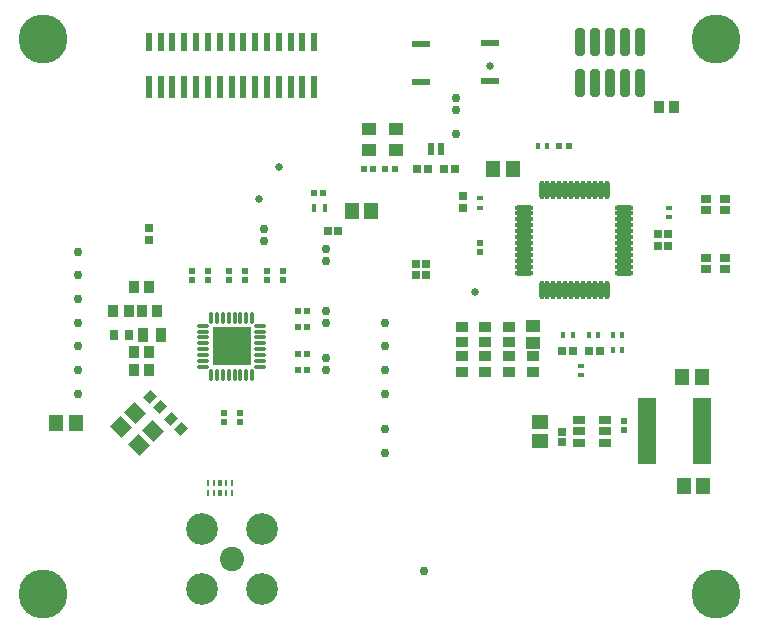
<source format=gts>
G04*
G04 #@! TF.GenerationSoftware,Altium Limited,Altium Designer,24.4.1 (13)*
G04*
G04 Layer_Color=8388736*
%FSLAX44Y44*%
%MOMM*%
G71*
G04*
G04 #@! TF.SameCoordinates,2EB5ED4D-3302-4EB3-8F75-9365195E6A89*
G04*
G04*
G04 #@! TF.FilePolarity,Negative*
G04*
G01*
G75*
%ADD19R,0.6000X1.8500*%
%ADD20R,0.6000X1.6500*%
%ADD27R,0.4725X0.5393*%
%ADD29R,1.0000X0.7000*%
%ADD30R,1.2546X1.4562*%
%ADD31R,1.4562X1.2546*%
%ADD33R,1.6000X5.7000*%
G04:AMPARAMS|DCode=34|XSize=1.4mm|YSize=1.2mm|CornerRadius=0mm|HoleSize=0mm|Usage=FLASHONLY|Rotation=315.000|XOffset=0mm|YOffset=0mm|HoleType=Round|Shape=Rectangle|*
%AMROTATEDRECTD34*
4,1,4,-0.9192,0.0707,-0.0707,0.9192,0.9192,-0.0707,0.0707,-0.9192,-0.9192,0.0707,0.0*
%
%ADD34ROTATEDRECTD34*%

G04:AMPARAMS|DCode=35|XSize=0.75mm|YSize=0.9mm|CornerRadius=0mm|HoleSize=0mm|Usage=FLASHONLY|Rotation=315.000|XOffset=0mm|YOffset=0mm|HoleType=Round|Shape=Rectangle|*
%AMROTATEDRECTD35*
4,1,4,-0.5834,-0.0530,0.0530,0.5834,0.5834,0.0530,-0.0530,-0.5834,-0.5834,-0.0530,0.0*
%
%ADD35ROTATEDRECTD35*%

G04:AMPARAMS|DCode=39|XSize=0.565mm|YSize=0.2mm|CornerRadius=0.05mm|HoleSize=0mm|Usage=FLASHONLY|Rotation=270.000|XOffset=0mm|YOffset=0mm|HoleType=Round|Shape=RoundedRectangle|*
%AMROUNDEDRECTD39*
21,1,0.5650,0.1000,0,0,270.0*
21,1,0.4650,0.2000,0,0,270.0*
1,1,0.1000,-0.0500,-0.2325*
1,1,0.1000,-0.0500,0.2325*
1,1,0.1000,0.0500,0.2325*
1,1,0.1000,0.0500,-0.2325*
%
%ADD39ROUNDEDRECTD39*%
%ADD40R,0.5393X0.4725*%
%ADD41R,1.5000X0.5500*%
%ADD44R,0.5200X0.5200*%
%ADD45R,0.5200X0.5200*%
%ADD46R,0.4000X0.5000*%
%ADD47R,0.5000X0.4000*%
%ADD48R,0.7154X0.6725*%
%ADD49R,0.6725X0.7154*%
%ADD50R,1.3000X1.0500*%
%ADD52R,0.5750X1.1400*%
%ADD53R,0.7811X0.7121*%
%ADD54R,0.4500X0.6750*%
%ADD55C,0.7500*%
%ADD56R,1.0000X0.9000*%
%ADD57R,1.2000X1.0500*%
%ADD58R,0.7500X0.7000*%
%ADD59R,0.9500X0.6500*%
%ADD60R,3.2500X3.2500*%
%ADD61O,0.4000X1.0000*%
%ADD62O,1.0000X0.4000*%
%ADD63R,0.8500X1.0000*%
%ADD64R,0.9000X1.0000*%
%ADD65R,0.8000X0.8000*%
%ADD66R,0.7000X0.7500*%
%ADD67R,0.9500X1.1500*%
%ADD68R,0.7500X0.9500*%
%ADD69R,0.9500X1.1000*%
G04:AMPARAMS|DCode=70|XSize=0.565mm|YSize=0.4mm|CornerRadius=0.05mm|HoleSize=0mm|Usage=FLASHONLY|Rotation=270.000|XOffset=0mm|YOffset=0mm|HoleType=Round|Shape=RoundedRectangle|*
%AMROUNDEDRECTD70*
21,1,0.5650,0.3000,0,0,270.0*
21,1,0.4650,0.4000,0,0,270.0*
1,1,0.1000,-0.1500,-0.2325*
1,1,0.1000,-0.1500,0.2325*
1,1,0.1000,0.1500,0.2325*
1,1,0.1000,0.1500,-0.2325*
%
%ADD70ROUNDEDRECTD70*%
%ADD71O,0.4500X1.6000*%
%ADD72O,1.6000X0.4500*%
G04:AMPARAMS|DCode=73|XSize=0.8mm|YSize=2.35mm|CornerRadius=0.2375mm|HoleSize=0mm|Usage=FLASHONLY|Rotation=180.000|XOffset=0mm|YOffset=0mm|HoleType=Round|Shape=RoundedRectangle|*
%AMROUNDEDRECTD73*
21,1,0.8000,1.8750,0,0,180.0*
21,1,0.3250,2.3500,0,0,180.0*
1,1,0.4750,-0.1625,0.9375*
1,1,0.4750,0.1625,0.9375*
1,1,0.4750,0.1625,-0.9375*
1,1,0.4750,-0.1625,-0.9375*
%
%ADD73ROUNDEDRECTD73*%
%ADD74C,2.6900*%
%ADD75C,2.0550*%
%ADD76C,0.6500*%
%ADD77C,4.1500*%
D19*
X130000Y470000D02*
D03*
X140000D02*
D03*
X150000D02*
D03*
X160000D02*
D03*
X170000D02*
D03*
X180000D02*
D03*
X190000D02*
D03*
X200000D02*
D03*
X210000D02*
D03*
X220000D02*
D03*
X230000D02*
D03*
X240000D02*
D03*
X250000D02*
D03*
X260000D02*
D03*
X270000D02*
D03*
D20*
X130000Y507500D02*
D03*
X140000D02*
D03*
X150000D02*
D03*
X160000D02*
D03*
X170000D02*
D03*
X180000D02*
D03*
X190000D02*
D03*
X200000D02*
D03*
X210000D02*
D03*
X220000D02*
D03*
X230000D02*
D03*
X240000D02*
D03*
X250000D02*
D03*
X260000D02*
D03*
X270000D02*
D03*
D27*
X166500Y306334D02*
D03*
Y313666D02*
D03*
X532000Y186666D02*
D03*
Y179334D02*
D03*
X193250Y186334D02*
D03*
Y193666D02*
D03*
X206750Y186334D02*
D03*
Y193666D02*
D03*
X180000Y306334D02*
D03*
Y313666D02*
D03*
X198250Y306334D02*
D03*
Y313666D02*
D03*
X211750Y306334D02*
D03*
Y313666D02*
D03*
X230000Y306334D02*
D03*
Y313666D02*
D03*
X243500Y306334D02*
D03*
Y313666D02*
D03*
D29*
X515995Y187500D02*
D03*
Y178000D02*
D03*
Y168500D02*
D03*
X494005D02*
D03*
Y178000D02*
D03*
Y187500D02*
D03*
D30*
X581742Y224000D02*
D03*
X598258D02*
D03*
X582742Y132000D02*
D03*
X599258D02*
D03*
X68258Y185000D02*
D03*
X51742D02*
D03*
X438258Y400000D02*
D03*
X421742D02*
D03*
X301742Y365000D02*
D03*
X318258D02*
D03*
D31*
X461000Y186258D02*
D03*
Y169742D02*
D03*
D33*
X551500Y178000D02*
D03*
X598500D02*
D03*
D34*
X118232Y193789D02*
D03*
X133789Y178232D02*
D03*
X121768Y166211D02*
D03*
X106211Y181768D02*
D03*
D35*
X157477Y180354D02*
D03*
X148991Y188839D02*
D03*
X130607Y207224D02*
D03*
X139092Y198738D02*
D03*
D39*
X200000Y125825D02*
D03*
X195000D02*
D03*
X185000D02*
D03*
X180000D02*
D03*
Y134175D02*
D03*
X185000D02*
D03*
X195000D02*
D03*
X200000D02*
D03*
D40*
X256334Y229750D02*
D03*
X263666D02*
D03*
X256334Y243250D02*
D03*
X263666D02*
D03*
X256334Y266750D02*
D03*
X263666D02*
D03*
X256334Y280250D02*
D03*
X263666D02*
D03*
X270000Y380000D02*
D03*
X277332D02*
D03*
D41*
X419000Y506750D02*
D03*
Y474250D02*
D03*
X360000Y506250D02*
D03*
Y473750D02*
D03*
D44*
X485500Y420000D02*
D03*
X477500D02*
D03*
X338000Y400000D02*
D03*
X330000D02*
D03*
X312000D02*
D03*
X320000D02*
D03*
D45*
X410000Y329500D02*
D03*
Y337500D02*
D03*
D46*
X522786Y246500D02*
D03*
X530786D02*
D03*
Y260000D02*
D03*
X522786D02*
D03*
X459500Y420000D02*
D03*
X467500D02*
D03*
X502500Y260000D02*
D03*
X510500D02*
D03*
X489036D02*
D03*
X481036D02*
D03*
D47*
X495786Y233750D02*
D03*
Y225750D02*
D03*
X570000Y367500D02*
D03*
Y359500D02*
D03*
X410000Y367500D02*
D03*
Y375500D02*
D03*
D48*
X512071Y246250D02*
D03*
X502500D02*
D03*
X479500D02*
D03*
X489071D02*
D03*
D49*
X396250Y377071D02*
D03*
Y367500D02*
D03*
D50*
X316500Y433750D02*
D03*
X339500D02*
D03*
Y416250D02*
D03*
X316500D02*
D03*
D52*
X369030Y417000D02*
D03*
X377280D02*
D03*
D53*
X357000Y400000D02*
D03*
X366311D02*
D03*
X389311D02*
D03*
X380000D02*
D03*
D54*
X279250Y367000D02*
D03*
X270000D02*
D03*
D55*
X70000Y270000D02*
D03*
X280000Y322250D02*
D03*
X70000Y250000D02*
D03*
X280000Y332250D02*
D03*
X227630Y349518D02*
D03*
Y339518D02*
D03*
X363000Y60000D02*
D03*
X70000Y210000D02*
D03*
Y230000D02*
D03*
Y290000D02*
D03*
Y310000D02*
D03*
Y330000D02*
D03*
X330000Y160000D02*
D03*
X330000Y180000D02*
D03*
Y210000D02*
D03*
X280000Y230000D02*
D03*
X330000Y230000D02*
D03*
X280000Y240000D02*
D03*
X330000Y250000D02*
D03*
X280000Y270000D02*
D03*
X330000D02*
D03*
X280000Y280000D02*
D03*
X390000Y460000D02*
D03*
Y450000D02*
D03*
Y430000D02*
D03*
D56*
X455000Y241500D02*
D03*
Y228500D02*
D03*
X395000Y241500D02*
D03*
Y228500D02*
D03*
X415000Y241500D02*
D03*
Y228500D02*
D03*
X395000Y266500D02*
D03*
Y253500D02*
D03*
X415000Y266500D02*
D03*
Y253500D02*
D03*
X435000Y241500D02*
D03*
Y228500D02*
D03*
Y266500D02*
D03*
Y253500D02*
D03*
D57*
X455000Y267250D02*
D03*
Y252750D02*
D03*
D58*
X364250Y320000D02*
D03*
X355750D02*
D03*
X569250Y335000D02*
D03*
X560750D02*
D03*
X569250Y345000D02*
D03*
X560750D02*
D03*
X355750Y310000D02*
D03*
X364250D02*
D03*
X281750Y347500D02*
D03*
X290250D02*
D03*
D59*
X618000Y365500D02*
D03*
X602000D02*
D03*
X618000Y374500D02*
D03*
X602000D02*
D03*
X618000Y315500D02*
D03*
X602000D02*
D03*
X618000Y324500D02*
D03*
X602000D02*
D03*
D60*
X200000Y250000D02*
D03*
D61*
X182500Y274000D02*
D03*
X187500D02*
D03*
X192500D02*
D03*
X197500D02*
D03*
X202500D02*
D03*
X207500D02*
D03*
X212500D02*
D03*
X217500D02*
D03*
Y226000D02*
D03*
X212500D02*
D03*
X207500D02*
D03*
X202500D02*
D03*
X197500D02*
D03*
X192500D02*
D03*
X187500D02*
D03*
X182500D02*
D03*
D62*
X224000Y267500D02*
D03*
Y262500D02*
D03*
Y257500D02*
D03*
Y252500D02*
D03*
Y247500D02*
D03*
Y242500D02*
D03*
Y237500D02*
D03*
Y232500D02*
D03*
X176000D02*
D03*
Y237500D02*
D03*
Y242500D02*
D03*
Y247500D02*
D03*
Y252500D02*
D03*
Y257500D02*
D03*
Y262500D02*
D03*
Y267500D02*
D03*
D63*
X124500Y280000D02*
D03*
X137000D02*
D03*
D64*
X130000Y300000D02*
D03*
X117000D02*
D03*
X130000Y230000D02*
D03*
X117000D02*
D03*
X130000Y245000D02*
D03*
X117000D02*
D03*
X574500Y453000D02*
D03*
X561500D02*
D03*
D65*
X130000Y340000D02*
D03*
Y350000D02*
D03*
D66*
X480000Y168750D02*
D03*
Y177250D02*
D03*
D67*
X125000Y260000D02*
D03*
X140000D02*
D03*
D68*
X100500Y260000D02*
D03*
X113500D02*
D03*
D69*
X100000Y280000D02*
D03*
X113500D02*
D03*
D70*
X190000Y125825D02*
D03*
Y134175D02*
D03*
D71*
X462500Y382250D02*
D03*
X467500D02*
D03*
X472500D02*
D03*
X477500D02*
D03*
X482500D02*
D03*
X487500D02*
D03*
X492500D02*
D03*
X497500D02*
D03*
X502500D02*
D03*
X507500D02*
D03*
X512500D02*
D03*
X517500D02*
D03*
Y297750D02*
D03*
X512500D02*
D03*
X507500D02*
D03*
X502500D02*
D03*
X497500D02*
D03*
X492500D02*
D03*
X487500D02*
D03*
X482500D02*
D03*
X477500D02*
D03*
X472500D02*
D03*
X467500D02*
D03*
X462500D02*
D03*
D72*
X532250Y367500D02*
D03*
Y362500D02*
D03*
Y357500D02*
D03*
Y352500D02*
D03*
Y347500D02*
D03*
Y342500D02*
D03*
Y337500D02*
D03*
Y332500D02*
D03*
Y327500D02*
D03*
Y322500D02*
D03*
Y317500D02*
D03*
Y312500D02*
D03*
X447750D02*
D03*
Y317500D02*
D03*
Y322500D02*
D03*
Y327500D02*
D03*
Y332500D02*
D03*
Y337500D02*
D03*
Y342500D02*
D03*
Y347500D02*
D03*
Y352500D02*
D03*
Y357500D02*
D03*
Y362500D02*
D03*
Y367500D02*
D03*
D73*
X494600Y472700D02*
D03*
X507300D02*
D03*
X520000D02*
D03*
X532700D02*
D03*
X545400D02*
D03*
X494600Y507300D02*
D03*
X507300D02*
D03*
X520000D02*
D03*
X532700D02*
D03*
X545400D02*
D03*
D74*
X225400Y95400D02*
D03*
X174600D02*
D03*
Y44600D02*
D03*
X225400D02*
D03*
D75*
X200000Y70000D02*
D03*
D76*
X406250Y296000D02*
D03*
X223000Y375000D02*
D03*
X240000Y401500D02*
D03*
X70000Y250000D02*
D03*
Y270000D02*
D03*
X419000Y487250D02*
D03*
X390000Y460000D02*
D03*
Y430000D02*
D03*
X211000Y239000D02*
D03*
X200000D02*
D03*
X189000D02*
D03*
X211000Y250000D02*
D03*
X200000D02*
D03*
X189000D02*
D03*
X211000Y261000D02*
D03*
X200000D02*
D03*
X189000D02*
D03*
D77*
X40000Y510000D02*
D03*
X610000D02*
D03*
Y40000D02*
D03*
X40000D02*
D03*
M02*

</source>
